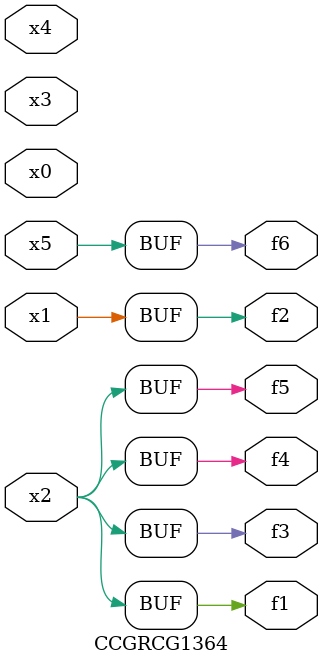
<source format=v>
module CCGRCG1364(
	input x0, x1, x2, x3, x4, x5,
	output f1, f2, f3, f4, f5, f6
);
	assign f1 = x2;
	assign f2 = x1;
	assign f3 = x2;
	assign f4 = x2;
	assign f5 = x2;
	assign f6 = x5;
endmodule

</source>
